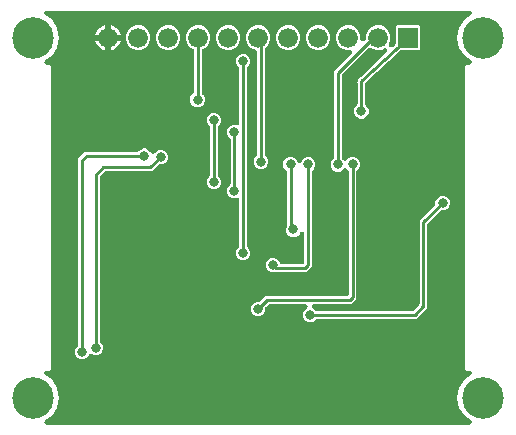
<source format=gbr>
G04 EAGLE Gerber RS-274X export*
G75*
%MOMM*%
%FSLAX34Y34*%
%LPD*%
%INBottom Copper*%
%IPPOS*%
%AMOC8*
5,1,8,0,0,1.08239X$1,22.5*%
G01*
%ADD10C,3.516000*%
%ADD11R,1.676400X1.676400*%
%ADD12C,1.676400*%
%ADD13C,0.806400*%
%ADD14C,0.250000*%

G36*
X178914Y-175259D02*
X178914Y-175259D01*
X178920Y-175259D01*
X179117Y-175238D01*
X179308Y-175219D01*
X179314Y-175217D01*
X179321Y-175217D01*
X179507Y-175158D01*
X179693Y-175101D01*
X179699Y-175098D01*
X179705Y-175096D01*
X179876Y-175002D01*
X180047Y-174909D01*
X180052Y-174905D01*
X180058Y-174902D01*
X180209Y-174774D01*
X180356Y-174652D01*
X180360Y-174647D01*
X180365Y-174642D01*
X180488Y-174488D01*
X180608Y-174338D01*
X180611Y-174332D01*
X180616Y-174327D01*
X180704Y-174153D01*
X180794Y-173981D01*
X180796Y-173974D01*
X180799Y-173968D01*
X180851Y-173782D01*
X180905Y-173594D01*
X180906Y-173587D01*
X180908Y-173581D01*
X180922Y-173388D01*
X180938Y-173192D01*
X180937Y-173186D01*
X180938Y-173179D01*
X180914Y-172986D01*
X180891Y-172793D01*
X180889Y-172786D01*
X180888Y-172780D01*
X180827Y-172597D01*
X180766Y-172410D01*
X180763Y-172404D01*
X180761Y-172398D01*
X180665Y-172231D01*
X180568Y-172059D01*
X180564Y-172054D01*
X180561Y-172048D01*
X180433Y-171903D01*
X180305Y-171755D01*
X180300Y-171750D01*
X180296Y-171745D01*
X180036Y-171539D01*
X174836Y-168064D01*
X170033Y-160878D01*
X168347Y-152400D01*
X170033Y-143922D01*
X174836Y-136736D01*
X180036Y-133261D01*
X180041Y-133257D01*
X180047Y-133253D01*
X180194Y-133131D01*
X180347Y-133005D01*
X180351Y-133000D01*
X180356Y-132996D01*
X180476Y-132846D01*
X180601Y-132693D01*
X180604Y-132687D01*
X180608Y-132682D01*
X180697Y-132511D01*
X180789Y-132337D01*
X180791Y-132330D01*
X180794Y-132325D01*
X180847Y-132139D01*
X180903Y-131951D01*
X180903Y-131944D01*
X180905Y-131938D01*
X180921Y-131744D01*
X180938Y-131550D01*
X180938Y-131543D01*
X180938Y-131536D01*
X180915Y-131343D01*
X180894Y-131150D01*
X180892Y-131143D01*
X180891Y-131137D01*
X180830Y-130950D01*
X180772Y-130766D01*
X180768Y-130760D01*
X180766Y-130754D01*
X180670Y-130582D01*
X180576Y-130414D01*
X180572Y-130409D01*
X180568Y-130403D01*
X180441Y-130255D01*
X180315Y-130108D01*
X180310Y-130104D01*
X180305Y-130098D01*
X180152Y-129980D01*
X179998Y-129859D01*
X179992Y-129856D01*
X179987Y-129852D01*
X179813Y-129765D01*
X179639Y-129677D01*
X179633Y-129675D01*
X179627Y-129672D01*
X179437Y-129621D01*
X179251Y-129570D01*
X179244Y-129570D01*
X179238Y-129568D01*
X178907Y-129541D01*
X176748Y-129541D01*
X175259Y-128052D01*
X175259Y128052D01*
X176748Y129541D01*
X178907Y129541D01*
X178914Y129541D01*
X178920Y129541D01*
X179116Y129562D01*
X179308Y129581D01*
X179314Y129583D01*
X179321Y129583D01*
X179506Y129642D01*
X179693Y129699D01*
X179699Y129702D01*
X179705Y129704D01*
X179875Y129797D01*
X180047Y129891D01*
X180052Y129895D01*
X180058Y129898D01*
X180207Y130024D01*
X180356Y130148D01*
X180360Y130153D01*
X180365Y130158D01*
X180487Y130311D01*
X180608Y130462D01*
X180611Y130468D01*
X180616Y130473D01*
X180704Y130647D01*
X180794Y130819D01*
X180796Y130826D01*
X180799Y130832D01*
X180851Y131018D01*
X180905Y131206D01*
X180906Y131213D01*
X180908Y131219D01*
X180922Y131412D01*
X180938Y131608D01*
X180937Y131614D01*
X180938Y131621D01*
X180914Y131809D01*
X180891Y132007D01*
X180889Y132014D01*
X180888Y132020D01*
X180827Y132205D01*
X180766Y132390D01*
X180763Y132396D01*
X180761Y132402D01*
X180664Y132571D01*
X180568Y132741D01*
X180564Y132746D01*
X180561Y132752D01*
X180433Y132897D01*
X180305Y133045D01*
X180300Y133050D01*
X180296Y133055D01*
X180036Y133261D01*
X174836Y136736D01*
X170033Y143922D01*
X168347Y152400D01*
X170033Y160878D01*
X174836Y168064D01*
X180036Y171539D01*
X180041Y171543D01*
X180047Y171547D01*
X180194Y171669D01*
X180347Y171795D01*
X180351Y171800D01*
X180356Y171804D01*
X180475Y171953D01*
X180601Y172107D01*
X180604Y172113D01*
X180608Y172118D01*
X180697Y172289D01*
X180789Y172463D01*
X180791Y172470D01*
X180794Y172475D01*
X180847Y172661D01*
X180903Y172849D01*
X180903Y172856D01*
X180905Y172862D01*
X180921Y173056D01*
X180938Y173250D01*
X180938Y173257D01*
X180938Y173264D01*
X180915Y173457D01*
X180894Y173650D01*
X180892Y173657D01*
X180891Y173663D01*
X180830Y173850D01*
X180772Y174034D01*
X180768Y174040D01*
X180766Y174046D01*
X180670Y174218D01*
X180576Y174386D01*
X180572Y174391D01*
X180568Y174397D01*
X180441Y174545D01*
X180315Y174692D01*
X180310Y174696D01*
X180305Y174702D01*
X180152Y174820D01*
X179998Y174941D01*
X179992Y174944D01*
X179987Y174948D01*
X179813Y175035D01*
X179639Y175123D01*
X179633Y175125D01*
X179627Y175128D01*
X179437Y175179D01*
X179251Y175230D01*
X179244Y175230D01*
X179238Y175232D01*
X178907Y175259D01*
X-178907Y175259D01*
X-178914Y175259D01*
X-178920Y175259D01*
X-179117Y175238D01*
X-179308Y175219D01*
X-179314Y175217D01*
X-179321Y175217D01*
X-179507Y175158D01*
X-179693Y175101D01*
X-179699Y175098D01*
X-179705Y175096D01*
X-179876Y175002D01*
X-180047Y174909D01*
X-180052Y174905D01*
X-180058Y174902D01*
X-180209Y174774D01*
X-180356Y174652D01*
X-180360Y174647D01*
X-180365Y174642D01*
X-180488Y174488D01*
X-180608Y174338D01*
X-180611Y174332D01*
X-180616Y174327D01*
X-180704Y174153D01*
X-180794Y173981D01*
X-180796Y173974D01*
X-180799Y173968D01*
X-180851Y173782D01*
X-180905Y173594D01*
X-180906Y173587D01*
X-180908Y173581D01*
X-180922Y173388D01*
X-180938Y173192D01*
X-180937Y173186D01*
X-180938Y173179D01*
X-180914Y172986D01*
X-180891Y172793D01*
X-180889Y172786D01*
X-180888Y172780D01*
X-180827Y172597D01*
X-180766Y172410D01*
X-180763Y172404D01*
X-180761Y172398D01*
X-180665Y172231D01*
X-180568Y172059D01*
X-180564Y172054D01*
X-180561Y172048D01*
X-180433Y171903D01*
X-180305Y171755D01*
X-180300Y171750D01*
X-180296Y171745D01*
X-180036Y171539D01*
X-174836Y168064D01*
X-170033Y160878D01*
X-168347Y152400D01*
X-170033Y143922D01*
X-174836Y136736D01*
X-180036Y133261D01*
X-180041Y133257D01*
X-180047Y133253D01*
X-180196Y133129D01*
X-180347Y133005D01*
X-180351Y133000D01*
X-180356Y132996D01*
X-180478Y132843D01*
X-180601Y132693D01*
X-180604Y132687D01*
X-180608Y132682D01*
X-180697Y132510D01*
X-180789Y132337D01*
X-180791Y132330D01*
X-180794Y132325D01*
X-180847Y132139D01*
X-180903Y131951D01*
X-180903Y131944D01*
X-180905Y131938D01*
X-180921Y131744D01*
X-180938Y131550D01*
X-180937Y131543D01*
X-180938Y131536D01*
X-180915Y131343D01*
X-180894Y131150D01*
X-180892Y131143D01*
X-180891Y131137D01*
X-180830Y130950D01*
X-180772Y130766D01*
X-180768Y130760D01*
X-180766Y130754D01*
X-180670Y130582D01*
X-180576Y130414D01*
X-180572Y130409D01*
X-180568Y130403D01*
X-180441Y130255D01*
X-180315Y130108D01*
X-180310Y130104D01*
X-180305Y130098D01*
X-180151Y129979D01*
X-179998Y129859D01*
X-179992Y129856D01*
X-179987Y129852D01*
X-179811Y129764D01*
X-179639Y129677D01*
X-179633Y129675D01*
X-179627Y129672D01*
X-179436Y129621D01*
X-179251Y129570D01*
X-179244Y129570D01*
X-179238Y129568D01*
X-178907Y129541D01*
X-176748Y129541D01*
X-175259Y128052D01*
X-175259Y-128052D01*
X-176748Y-129541D01*
X-178907Y-129541D01*
X-178914Y-129541D01*
X-178920Y-129541D01*
X-179116Y-129562D01*
X-179308Y-129581D01*
X-179314Y-129583D01*
X-179321Y-129583D01*
X-179506Y-129642D01*
X-179693Y-129699D01*
X-179699Y-129702D01*
X-179705Y-129704D01*
X-179875Y-129797D01*
X-180047Y-129891D01*
X-180052Y-129895D01*
X-180058Y-129898D01*
X-180207Y-130024D01*
X-180356Y-130148D01*
X-180360Y-130153D01*
X-180365Y-130158D01*
X-180487Y-130311D01*
X-180608Y-130462D01*
X-180611Y-130468D01*
X-180616Y-130473D01*
X-180704Y-130647D01*
X-180794Y-130819D01*
X-180796Y-130826D01*
X-180799Y-130832D01*
X-180851Y-131018D01*
X-180905Y-131206D01*
X-180906Y-131213D01*
X-180908Y-131219D01*
X-180922Y-131412D01*
X-180938Y-131608D01*
X-180937Y-131614D01*
X-180938Y-131621D01*
X-180914Y-131814D01*
X-180891Y-132007D01*
X-180889Y-132014D01*
X-180888Y-132020D01*
X-180827Y-132205D01*
X-180766Y-132390D01*
X-180763Y-132396D01*
X-180761Y-132402D01*
X-180664Y-132571D01*
X-180568Y-132741D01*
X-180564Y-132746D01*
X-180561Y-132752D01*
X-180433Y-132897D01*
X-180305Y-133045D01*
X-180300Y-133050D01*
X-180296Y-133055D01*
X-180036Y-133261D01*
X-174836Y-136736D01*
X-170033Y-143922D01*
X-168347Y-152400D01*
X-170033Y-160878D01*
X-174836Y-168064D01*
X-180036Y-171539D01*
X-180041Y-171543D01*
X-180047Y-171547D01*
X-180196Y-171671D01*
X-180347Y-171795D01*
X-180351Y-171800D01*
X-180356Y-171804D01*
X-180478Y-171957D01*
X-180601Y-172107D01*
X-180604Y-172113D01*
X-180608Y-172118D01*
X-180697Y-172290D01*
X-180789Y-172463D01*
X-180791Y-172470D01*
X-180794Y-172475D01*
X-180847Y-172661D01*
X-180903Y-172849D01*
X-180903Y-172856D01*
X-180905Y-172862D01*
X-180921Y-173056D01*
X-180938Y-173250D01*
X-180937Y-173257D01*
X-180938Y-173264D01*
X-180915Y-173457D01*
X-180894Y-173650D01*
X-180892Y-173657D01*
X-180891Y-173663D01*
X-180830Y-173850D01*
X-180772Y-174034D01*
X-180768Y-174040D01*
X-180766Y-174046D01*
X-180670Y-174218D01*
X-180576Y-174386D01*
X-180572Y-174391D01*
X-180568Y-174397D01*
X-180441Y-174545D01*
X-180315Y-174692D01*
X-180310Y-174696D01*
X-180305Y-174702D01*
X-180151Y-174821D01*
X-179998Y-174941D01*
X-179992Y-174944D01*
X-179987Y-174948D01*
X-179811Y-175036D01*
X-179639Y-175123D01*
X-179633Y-175125D01*
X-179627Y-175128D01*
X-179436Y-175179D01*
X-179251Y-175230D01*
X-179244Y-175230D01*
X-179238Y-175232D01*
X-178907Y-175259D01*
X178907Y-175259D01*
X178914Y-175259D01*
G37*
%LPC*%
G36*
X42544Y-88565D02*
X42544Y-88565D01*
X40315Y-87641D01*
X38609Y-85935D01*
X37685Y-83706D01*
X37685Y-81294D01*
X38609Y-79065D01*
X40315Y-77359D01*
X40720Y-77191D01*
X40724Y-77189D01*
X40728Y-77187D01*
X40901Y-77093D01*
X41075Y-77000D01*
X41078Y-76998D01*
X41082Y-76995D01*
X41232Y-76871D01*
X41385Y-76744D01*
X41388Y-76741D01*
X41392Y-76738D01*
X41514Y-76586D01*
X41639Y-76431D01*
X41641Y-76427D01*
X41644Y-76424D01*
X41733Y-76252D01*
X41826Y-76075D01*
X41827Y-76070D01*
X41829Y-76067D01*
X41883Y-75881D01*
X41939Y-75689D01*
X41940Y-75684D01*
X41941Y-75680D01*
X41957Y-75483D01*
X41974Y-75287D01*
X41973Y-75283D01*
X41974Y-75278D01*
X41951Y-75083D01*
X41929Y-74887D01*
X41927Y-74883D01*
X41927Y-74879D01*
X41866Y-74692D01*
X41806Y-74504D01*
X41803Y-74500D01*
X41802Y-74496D01*
X41704Y-74323D01*
X41609Y-74153D01*
X41606Y-74149D01*
X41604Y-74145D01*
X41475Y-73995D01*
X41347Y-73847D01*
X41344Y-73844D01*
X41341Y-73840D01*
X41188Y-73721D01*
X41030Y-73598D01*
X41026Y-73596D01*
X41023Y-73594D01*
X40849Y-73507D01*
X40671Y-73418D01*
X40666Y-73416D01*
X40662Y-73414D01*
X40470Y-73363D01*
X40282Y-73311D01*
X40278Y-73311D01*
X40274Y-73310D01*
X39943Y-73283D01*
X9701Y-73283D01*
X9675Y-73285D01*
X9648Y-73283D01*
X9474Y-73305D01*
X9301Y-73323D01*
X9275Y-73330D01*
X9248Y-73334D01*
X9083Y-73389D01*
X8916Y-73441D01*
X8892Y-73454D01*
X8867Y-73462D01*
X8715Y-73549D01*
X8562Y-73633D01*
X8541Y-73650D01*
X8518Y-73663D01*
X8265Y-73878D01*
X6660Y-75483D01*
X6643Y-75504D01*
X6622Y-75521D01*
X6515Y-75659D01*
X6405Y-75794D01*
X6392Y-75818D01*
X6376Y-75839D01*
X6298Y-75996D01*
X6216Y-76150D01*
X6208Y-76176D01*
X6196Y-76200D01*
X6151Y-76369D01*
X6101Y-76536D01*
X6099Y-76563D01*
X6092Y-76588D01*
X6065Y-76919D01*
X6065Y-78706D01*
X5141Y-80935D01*
X3435Y-82641D01*
X1206Y-83565D01*
X-1206Y-83565D01*
X-3435Y-82641D01*
X-5141Y-80935D01*
X-6065Y-78706D01*
X-6065Y-76294D01*
X-5141Y-74065D01*
X-3435Y-72359D01*
X-1206Y-71435D01*
X581Y-71435D01*
X607Y-71433D01*
X634Y-71435D01*
X808Y-71413D01*
X981Y-71395D01*
X1007Y-71388D01*
X1034Y-71384D01*
X1199Y-71329D01*
X1366Y-71277D01*
X1390Y-71264D01*
X1415Y-71256D01*
X1567Y-71169D01*
X1720Y-71085D01*
X1741Y-71068D01*
X1764Y-71055D01*
X2017Y-70840D01*
X6140Y-66717D01*
X74686Y-66717D01*
X74704Y-66715D01*
X74722Y-66717D01*
X74904Y-66696D01*
X75087Y-66677D01*
X75104Y-66672D01*
X75121Y-66670D01*
X75296Y-66613D01*
X75472Y-66559D01*
X75487Y-66551D01*
X75504Y-66545D01*
X75664Y-66455D01*
X75826Y-66367D01*
X75839Y-66356D01*
X75855Y-66347D01*
X75994Y-66227D01*
X76135Y-66110D01*
X76146Y-66096D01*
X76160Y-66084D01*
X76272Y-65939D01*
X76387Y-65796D01*
X76395Y-65780D01*
X76406Y-65766D01*
X76488Y-65601D01*
X76573Y-65439D01*
X76578Y-65422D01*
X76586Y-65406D01*
X76633Y-65227D01*
X76684Y-65052D01*
X76686Y-65034D01*
X76690Y-65017D01*
X76717Y-64686D01*
X76717Y38865D01*
X76715Y38891D01*
X76717Y38918D01*
X76695Y39092D01*
X76677Y39265D01*
X76670Y39291D01*
X76666Y39317D01*
X76611Y39483D01*
X76559Y39650D01*
X76546Y39674D01*
X76538Y39699D01*
X76451Y39851D01*
X76367Y40004D01*
X76350Y40025D01*
X76337Y40048D01*
X76122Y40301D01*
X75186Y41237D01*
X75172Y41248D01*
X75161Y41262D01*
X75017Y41376D01*
X74875Y41492D01*
X74859Y41500D01*
X74845Y41511D01*
X74681Y41595D01*
X74519Y41681D01*
X74502Y41686D01*
X74486Y41694D01*
X74309Y41743D01*
X74133Y41795D01*
X74115Y41797D01*
X74098Y41802D01*
X73915Y41815D01*
X73732Y41832D01*
X73714Y41830D01*
X73697Y41831D01*
X73515Y41808D01*
X73332Y41788D01*
X73315Y41783D01*
X73297Y41781D01*
X73123Y41722D01*
X72948Y41667D01*
X72932Y41658D01*
X72916Y41652D01*
X72757Y41561D01*
X72596Y41472D01*
X72582Y41460D01*
X72567Y41452D01*
X72314Y41237D01*
X70935Y39859D01*
X68706Y38935D01*
X66294Y38935D01*
X64065Y39859D01*
X62359Y41565D01*
X61435Y43794D01*
X61435Y46206D01*
X62359Y48435D01*
X63622Y49699D01*
X63639Y49720D01*
X63660Y49737D01*
X63767Y49875D01*
X63877Y50011D01*
X63890Y50034D01*
X63906Y50055D01*
X63984Y50212D01*
X64066Y50366D01*
X64074Y50392D01*
X64086Y50416D01*
X64131Y50585D01*
X64181Y50752D01*
X64183Y50779D01*
X64190Y50805D01*
X64217Y51135D01*
X64217Y123860D01*
X78875Y138518D01*
X78881Y138525D01*
X78888Y138530D01*
X79008Y138680D01*
X79130Y138829D01*
X79134Y138837D01*
X79140Y138844D01*
X79229Y139014D01*
X79319Y139185D01*
X79321Y139194D01*
X79326Y139201D01*
X79379Y139386D01*
X79434Y139571D01*
X79435Y139580D01*
X79437Y139588D01*
X79453Y139780D01*
X79470Y139972D01*
X79469Y139981D01*
X79470Y139990D01*
X79448Y140177D01*
X79427Y140372D01*
X79424Y140381D01*
X79423Y140389D01*
X79364Y140571D01*
X79305Y140756D01*
X79301Y140764D01*
X79298Y140772D01*
X79203Y140941D01*
X79110Y141108D01*
X79105Y141115D01*
X79100Y141123D01*
X78974Y141269D01*
X78850Y141415D01*
X78843Y141421D01*
X78837Y141428D01*
X78686Y141545D01*
X78534Y141665D01*
X78526Y141669D01*
X78519Y141674D01*
X78347Y141760D01*
X78175Y141847D01*
X78166Y141850D01*
X78158Y141854D01*
X77972Y141904D01*
X77787Y141955D01*
X77778Y141956D01*
X77770Y141958D01*
X77439Y141985D01*
X74128Y141985D01*
X70301Y143571D01*
X67371Y146501D01*
X65785Y150328D01*
X65785Y154472D01*
X67371Y158299D01*
X70301Y161229D01*
X72370Y162086D01*
X74128Y162815D01*
X78272Y162815D01*
X82099Y161229D01*
X85029Y158299D01*
X86615Y154472D01*
X86615Y151161D01*
X86616Y151152D01*
X86615Y151143D01*
X86635Y150953D01*
X86655Y150760D01*
X86657Y150752D01*
X86658Y150743D01*
X86716Y150559D01*
X86773Y150376D01*
X86777Y150368D01*
X86780Y150359D01*
X86873Y150191D01*
X86965Y150022D01*
X86970Y150015D01*
X86975Y150007D01*
X87100Y149859D01*
X87222Y149712D01*
X87229Y149707D01*
X87235Y149700D01*
X87386Y149580D01*
X87536Y149460D01*
X87544Y149456D01*
X87551Y149450D01*
X87724Y149363D01*
X87893Y149274D01*
X87902Y149272D01*
X87910Y149268D01*
X88096Y149216D01*
X88280Y149163D01*
X88289Y149162D01*
X88298Y149160D01*
X88490Y149146D01*
X88682Y149130D01*
X88690Y149131D01*
X88699Y149131D01*
X88891Y149155D01*
X89081Y149177D01*
X89090Y149180D01*
X89099Y149181D01*
X89281Y149242D01*
X89464Y149302D01*
X89472Y149306D01*
X89480Y149309D01*
X89648Y149405D01*
X89815Y149500D01*
X89822Y149506D01*
X89829Y149510D01*
X90082Y149725D01*
X90590Y150233D01*
X90607Y150254D01*
X90628Y150271D01*
X90735Y150409D01*
X90845Y150544D01*
X90858Y150568D01*
X90874Y150589D01*
X90952Y150746D01*
X91034Y150900D01*
X91042Y150926D01*
X91054Y150950D01*
X91099Y151119D01*
X91149Y151286D01*
X91151Y151313D01*
X91158Y151338D01*
X91185Y151669D01*
X91185Y154472D01*
X92771Y158299D01*
X95701Y161229D01*
X97770Y162086D01*
X99528Y162815D01*
X103672Y162815D01*
X107499Y161229D01*
X110429Y158299D01*
X112015Y154472D01*
X112015Y150328D01*
X110579Y146862D01*
X110529Y146698D01*
X110475Y146536D01*
X110471Y146506D01*
X110463Y146477D01*
X110446Y146306D01*
X110425Y146136D01*
X110427Y146106D01*
X110424Y146076D01*
X110442Y145906D01*
X110455Y145735D01*
X110463Y145706D01*
X110466Y145676D01*
X110517Y145512D01*
X110563Y145347D01*
X110577Y145320D01*
X110586Y145291D01*
X110668Y145141D01*
X110746Y144988D01*
X110765Y144965D01*
X110779Y144938D01*
X110890Y144807D01*
X110996Y144673D01*
X111019Y144653D01*
X111038Y144630D01*
X111172Y144523D01*
X111303Y144412D01*
X111329Y144398D01*
X111353Y144379D01*
X111506Y144301D01*
X111656Y144218D01*
X111684Y144209D01*
X111711Y144195D01*
X111876Y144148D01*
X112040Y144097D01*
X112070Y144094D01*
X112099Y144085D01*
X112269Y144072D01*
X112440Y144054D01*
X112470Y144057D01*
X112500Y144054D01*
X112670Y144075D01*
X112841Y144091D01*
X112870Y144099D01*
X112900Y144103D01*
X113063Y144157D01*
X113227Y144206D01*
X113253Y144220D01*
X113282Y144229D01*
X113431Y144314D01*
X113582Y144395D01*
X113609Y144416D01*
X113632Y144429D01*
X113696Y144485D01*
X113842Y144601D01*
X115941Y146561D01*
X115981Y146607D01*
X116028Y146647D01*
X116114Y146758D01*
X116206Y146864D01*
X116237Y146917D01*
X116274Y146965D01*
X116337Y147091D01*
X116407Y147213D01*
X116426Y147271D01*
X116454Y147326D01*
X116490Y147461D01*
X116535Y147594D01*
X116542Y147655D01*
X116558Y147715D01*
X116574Y147912D01*
X116585Y147994D01*
X116583Y148017D01*
X116585Y148045D01*
X116585Y161624D01*
X117776Y162815D01*
X136224Y162815D01*
X137415Y161624D01*
X137415Y143176D01*
X136224Y141985D01*
X121461Y141985D01*
X121270Y141966D01*
X121076Y141948D01*
X121069Y141946D01*
X121061Y141945D01*
X120876Y141889D01*
X120690Y141833D01*
X120684Y141830D01*
X120676Y141827D01*
X120506Y141735D01*
X120335Y141644D01*
X120328Y141639D01*
X120322Y141635D01*
X120285Y141605D01*
X120075Y141438D01*
X91427Y114677D01*
X91387Y114630D01*
X91340Y114590D01*
X91255Y114480D01*
X91162Y114374D01*
X91131Y114321D01*
X91094Y114272D01*
X91031Y114147D01*
X90961Y114025D01*
X90942Y113967D01*
X90914Y113912D01*
X90878Y113776D01*
X90833Y113643D01*
X90826Y113582D01*
X90810Y113523D01*
X90794Y113326D01*
X90783Y113244D01*
X90785Y113221D01*
X90783Y113192D01*
X90783Y96135D01*
X90785Y96109D01*
X90783Y96082D01*
X90805Y95908D01*
X90823Y95735D01*
X90830Y95709D01*
X90834Y95683D01*
X90889Y95517D01*
X90941Y95350D01*
X90954Y95326D01*
X90962Y95301D01*
X91049Y95149D01*
X91133Y94996D01*
X91150Y94975D01*
X91163Y94952D01*
X91378Y94699D01*
X92641Y93435D01*
X93565Y91206D01*
X93565Y88794D01*
X92641Y86565D01*
X90935Y84859D01*
X88706Y83935D01*
X86294Y83935D01*
X84065Y84859D01*
X82359Y86565D01*
X81435Y88794D01*
X81435Y91206D01*
X82359Y93435D01*
X83622Y94699D01*
X83639Y94720D01*
X83660Y94737D01*
X83767Y94875D01*
X83877Y95011D01*
X83890Y95034D01*
X83906Y95055D01*
X83984Y95212D01*
X84066Y95366D01*
X84074Y95392D01*
X84086Y95416D01*
X84131Y95585D01*
X84181Y95752D01*
X84183Y95779D01*
X84190Y95805D01*
X84217Y96135D01*
X84217Y113404D01*
X84198Y113597D01*
X84180Y113789D01*
X84178Y113797D01*
X84177Y113805D01*
X84160Y113862D01*
X84216Y115521D01*
X84214Y115552D01*
X84217Y115590D01*
X84217Y116926D01*
X85193Y117837D01*
X85213Y117860D01*
X85243Y117885D01*
X86425Y119068D01*
X86530Y119124D01*
X86537Y119129D01*
X86544Y119133D01*
X86581Y119163D01*
X86791Y119330D01*
X108727Y139822D01*
X108753Y139851D01*
X108783Y139876D01*
X108885Y140002D01*
X108992Y140125D01*
X109012Y140159D01*
X109037Y140189D01*
X109112Y140333D01*
X109193Y140474D01*
X109205Y140511D01*
X109224Y140545D01*
X109269Y140701D01*
X109321Y140855D01*
X109326Y140894D01*
X109337Y140932D01*
X109351Y141094D01*
X109371Y141255D01*
X109368Y141294D01*
X109371Y141333D01*
X109353Y141494D01*
X109341Y141656D01*
X109331Y141694D01*
X109326Y141733D01*
X109276Y141888D01*
X109233Y142044D01*
X109215Y142079D01*
X109203Y142116D01*
X109124Y142258D01*
X109050Y142403D01*
X109026Y142434D01*
X109007Y142468D01*
X108901Y142591D01*
X108800Y142719D01*
X108770Y142744D01*
X108745Y142774D01*
X108617Y142874D01*
X108493Y142979D01*
X108459Y142998D01*
X108428Y143022D01*
X108283Y143095D01*
X108140Y143173D01*
X108103Y143185D01*
X108068Y143203D01*
X107911Y143246D01*
X107756Y143294D01*
X107717Y143299D01*
X107680Y143309D01*
X107517Y143320D01*
X107356Y143337D01*
X107317Y143334D01*
X107278Y143337D01*
X107117Y143315D01*
X106955Y143301D01*
X106918Y143289D01*
X106879Y143284D01*
X106594Y143193D01*
X106569Y143186D01*
X106567Y143184D01*
X106563Y143183D01*
X103672Y141985D01*
X99528Y141985D01*
X95614Y143606D01*
X95582Y143633D01*
X95566Y143641D01*
X95552Y143653D01*
X95388Y143736D01*
X95226Y143822D01*
X95209Y143827D01*
X95193Y143835D01*
X95016Y143884D01*
X94840Y143937D01*
X94823Y143938D01*
X94805Y143943D01*
X94622Y143956D01*
X94439Y143973D01*
X94422Y143971D01*
X94404Y143972D01*
X94222Y143949D01*
X94039Y143930D01*
X94022Y143924D01*
X94004Y143922D01*
X93830Y143864D01*
X93655Y143808D01*
X93640Y143800D01*
X93622Y143794D01*
X93463Y143702D01*
X93303Y143613D01*
X93289Y143602D01*
X93274Y143593D01*
X93021Y143378D01*
X71378Y121735D01*
X71361Y121714D01*
X71340Y121697D01*
X71233Y121559D01*
X71123Y121424D01*
X71110Y121400D01*
X71094Y121379D01*
X71016Y121222D01*
X70934Y121068D01*
X70926Y121042D01*
X70914Y121018D01*
X70869Y120849D01*
X70819Y120682D01*
X70817Y120655D01*
X70810Y120630D01*
X70783Y120299D01*
X70783Y51135D01*
X70785Y51109D01*
X70783Y51082D01*
X70805Y50908D01*
X70823Y50735D01*
X70830Y50709D01*
X70834Y50683D01*
X70890Y50517D01*
X70941Y50350D01*
X70953Y50326D01*
X70962Y50301D01*
X71049Y50149D01*
X71133Y49996D01*
X71150Y49975D01*
X71163Y49952D01*
X71378Y49699D01*
X72314Y48763D01*
X72327Y48752D01*
X72339Y48738D01*
X72483Y48625D01*
X72625Y48508D01*
X72641Y48500D01*
X72655Y48489D01*
X72819Y48405D01*
X72981Y48319D01*
X72998Y48314D01*
X73014Y48306D01*
X73191Y48257D01*
X73367Y48205D01*
X73385Y48203D01*
X73402Y48198D01*
X73585Y48185D01*
X73768Y48168D01*
X73786Y48170D01*
X73803Y48169D01*
X73985Y48192D01*
X74168Y48212D01*
X74185Y48217D01*
X74203Y48219D01*
X74377Y48278D01*
X74552Y48333D01*
X74567Y48342D01*
X74584Y48348D01*
X74744Y48439D01*
X74904Y48528D01*
X74918Y48539D01*
X74933Y48548D01*
X75186Y48763D01*
X76565Y50141D01*
X78794Y51065D01*
X81206Y51065D01*
X83435Y50141D01*
X85141Y48435D01*
X86065Y46206D01*
X86065Y43794D01*
X85141Y41565D01*
X83878Y40301D01*
X83861Y40280D01*
X83840Y40263D01*
X83733Y40125D01*
X83623Y39989D01*
X83610Y39966D01*
X83594Y39945D01*
X83516Y39788D01*
X83434Y39634D01*
X83426Y39608D01*
X83414Y39584D01*
X83369Y39415D01*
X83319Y39248D01*
X83317Y39221D01*
X83310Y39195D01*
X83283Y38865D01*
X83283Y-68860D01*
X78860Y-73283D01*
X47557Y-73283D01*
X47553Y-73283D01*
X47548Y-73283D01*
X47353Y-73303D01*
X47157Y-73323D01*
X47152Y-73324D01*
X47148Y-73324D01*
X46961Y-73383D01*
X46772Y-73441D01*
X46768Y-73443D01*
X46763Y-73444D01*
X46591Y-73539D01*
X46418Y-73633D01*
X46414Y-73635D01*
X46410Y-73638D01*
X46258Y-73766D01*
X46108Y-73890D01*
X46106Y-73894D01*
X46102Y-73897D01*
X45980Y-74050D01*
X45856Y-74204D01*
X45854Y-74208D01*
X45851Y-74212D01*
X45761Y-74387D01*
X45671Y-74561D01*
X45669Y-74566D01*
X45667Y-74570D01*
X45613Y-74761D01*
X45559Y-74948D01*
X45559Y-74953D01*
X45558Y-74957D01*
X45542Y-75155D01*
X45526Y-75350D01*
X45527Y-75354D01*
X45526Y-75358D01*
X45550Y-75553D01*
X45573Y-75749D01*
X45575Y-75754D01*
X45575Y-75758D01*
X45637Y-75945D01*
X45698Y-76132D01*
X45700Y-76136D01*
X45702Y-76140D01*
X45800Y-76312D01*
X45896Y-76483D01*
X45899Y-76486D01*
X45901Y-76490D01*
X46030Y-76638D01*
X46159Y-76787D01*
X46163Y-76790D01*
X46166Y-76794D01*
X46321Y-76913D01*
X46477Y-77034D01*
X46481Y-77036D01*
X46485Y-77039D01*
X46780Y-77191D01*
X47185Y-77359D01*
X48449Y-78622D01*
X48470Y-78639D01*
X48487Y-78660D01*
X48625Y-78767D01*
X48761Y-78877D01*
X48784Y-78890D01*
X48805Y-78906D01*
X48962Y-78984D01*
X49116Y-79066D01*
X49142Y-79074D01*
X49166Y-79086D01*
X49335Y-79131D01*
X49502Y-79181D01*
X49529Y-79183D01*
X49555Y-79190D01*
X49885Y-79217D01*
X130299Y-79217D01*
X130325Y-79215D01*
X130352Y-79217D01*
X130526Y-79195D01*
X130699Y-79177D01*
X130725Y-79170D01*
X130752Y-79166D01*
X130917Y-79111D01*
X131084Y-79059D01*
X131108Y-79046D01*
X131133Y-79038D01*
X131285Y-78951D01*
X131438Y-78867D01*
X131459Y-78850D01*
X131482Y-78837D01*
X131735Y-78622D01*
X136122Y-74235D01*
X136139Y-74214D01*
X136160Y-74197D01*
X136267Y-74059D01*
X136377Y-73924D01*
X136390Y-73900D01*
X136406Y-73879D01*
X136484Y-73722D01*
X136566Y-73568D01*
X136574Y-73542D01*
X136586Y-73518D01*
X136631Y-73349D01*
X136681Y-73182D01*
X136683Y-73155D01*
X136690Y-73130D01*
X136717Y-72799D01*
X136717Y-2390D01*
X149590Y10483D01*
X149607Y10504D01*
X149628Y10521D01*
X149735Y10659D01*
X149845Y10794D01*
X149858Y10818D01*
X149874Y10839D01*
X149952Y10996D01*
X150034Y11150D01*
X150042Y11176D01*
X150054Y11200D01*
X150099Y11369D01*
X150149Y11536D01*
X150151Y11563D01*
X150158Y11588D01*
X150185Y11919D01*
X150185Y13706D01*
X151109Y15935D01*
X152815Y17641D01*
X155044Y18565D01*
X157456Y18565D01*
X159685Y17641D01*
X161391Y15935D01*
X162315Y13706D01*
X162315Y11294D01*
X161391Y9065D01*
X159685Y7359D01*
X157456Y6435D01*
X155669Y6435D01*
X155643Y6433D01*
X155616Y6435D01*
X155442Y6413D01*
X155269Y6395D01*
X155243Y6388D01*
X155216Y6384D01*
X155051Y6329D01*
X154884Y6277D01*
X154860Y6264D01*
X154835Y6256D01*
X154683Y6169D01*
X154530Y6085D01*
X154509Y6068D01*
X154486Y6055D01*
X154233Y5840D01*
X143878Y-4515D01*
X143861Y-4536D01*
X143840Y-4553D01*
X143733Y-4691D01*
X143623Y-4826D01*
X143610Y-4850D01*
X143594Y-4871D01*
X143516Y-5028D01*
X143434Y-5182D01*
X143426Y-5208D01*
X143414Y-5232D01*
X143369Y-5401D01*
X143319Y-5568D01*
X143317Y-5595D01*
X143310Y-5620D01*
X143283Y-5951D01*
X143283Y-76360D01*
X133860Y-85783D01*
X49885Y-85783D01*
X49859Y-85785D01*
X49832Y-85783D01*
X49658Y-85805D01*
X49485Y-85823D01*
X49459Y-85830D01*
X49433Y-85834D01*
X49267Y-85889D01*
X49100Y-85941D01*
X49076Y-85954D01*
X49051Y-85962D01*
X48899Y-86049D01*
X48746Y-86133D01*
X48725Y-86150D01*
X48702Y-86163D01*
X48449Y-86378D01*
X47185Y-87641D01*
X46142Y-88074D01*
X44956Y-88565D01*
X42544Y-88565D01*
G37*
%LPD*%
%LPC*%
G36*
X-149956Y-119815D02*
X-149956Y-119815D01*
X-152185Y-118891D01*
X-153891Y-117185D01*
X-154815Y-114956D01*
X-154815Y-112544D01*
X-153891Y-110315D01*
X-152628Y-109051D01*
X-152611Y-109030D01*
X-152590Y-109013D01*
X-152483Y-108875D01*
X-152373Y-108739D01*
X-152360Y-108716D01*
X-152344Y-108695D01*
X-152266Y-108538D01*
X-152184Y-108384D01*
X-152176Y-108358D01*
X-152164Y-108334D01*
X-152119Y-108165D01*
X-152069Y-107998D01*
X-152067Y-107971D01*
X-152060Y-107945D01*
X-152033Y-107615D01*
X-152033Y50110D01*
X-146360Y55783D01*
X-102385Y55783D01*
X-102359Y55785D01*
X-102332Y55783D01*
X-102158Y55805D01*
X-101985Y55823D01*
X-101959Y55830D01*
X-101933Y55834D01*
X-101767Y55889D01*
X-101600Y55941D01*
X-101576Y55954D01*
X-101551Y55962D01*
X-101399Y56049D01*
X-101246Y56133D01*
X-101225Y56150D01*
X-101202Y56163D01*
X-100949Y56378D01*
X-99685Y57641D01*
X-97631Y58493D01*
X-97456Y58565D01*
X-95044Y58565D01*
X-92815Y57641D01*
X-91109Y55935D01*
X-90890Y55408D01*
X-90884Y55397D01*
X-90880Y55384D01*
X-90789Y55219D01*
X-90700Y55054D01*
X-90692Y55043D01*
X-90685Y55032D01*
X-90563Y54888D01*
X-90444Y54743D01*
X-90433Y54735D01*
X-90425Y54725D01*
X-90277Y54608D01*
X-90131Y54489D01*
X-90119Y54483D01*
X-90109Y54475D01*
X-89942Y54390D01*
X-89775Y54302D01*
X-89762Y54299D01*
X-89750Y54293D01*
X-89569Y54242D01*
X-89388Y54189D01*
X-89375Y54188D01*
X-89362Y54185D01*
X-89173Y54171D01*
X-88987Y54155D01*
X-88974Y54156D01*
X-88960Y54155D01*
X-88773Y54179D01*
X-88587Y54200D01*
X-88574Y54204D01*
X-88561Y54206D01*
X-88382Y54266D01*
X-88204Y54323D01*
X-88192Y54330D01*
X-88179Y54334D01*
X-88017Y54427D01*
X-87852Y54519D01*
X-87842Y54528D01*
X-87830Y54535D01*
X-87577Y54749D01*
X-85935Y56391D01*
X-85767Y56461D01*
X-83706Y57315D01*
X-81294Y57315D01*
X-79065Y56391D01*
X-77359Y54685D01*
X-76435Y52456D01*
X-76435Y50044D01*
X-77359Y47815D01*
X-79065Y46109D01*
X-81294Y45185D01*
X-83081Y45185D01*
X-83107Y45183D01*
X-83134Y45185D01*
X-83308Y45163D01*
X-83482Y45145D01*
X-83507Y45138D01*
X-83534Y45134D01*
X-83699Y45078D01*
X-83866Y45027D01*
X-83890Y45014D01*
X-83915Y45006D01*
X-84067Y44919D01*
X-84220Y44835D01*
X-84241Y44818D01*
X-84264Y44805D01*
X-84517Y44590D01*
X-89890Y39217D01*
X-129049Y39217D01*
X-129075Y39215D01*
X-129102Y39217D01*
X-129276Y39195D01*
X-129449Y39177D01*
X-129475Y39170D01*
X-129502Y39166D01*
X-129667Y39111D01*
X-129834Y39059D01*
X-129858Y39046D01*
X-129883Y39038D01*
X-130035Y38951D01*
X-130188Y38867D01*
X-130209Y38850D01*
X-130232Y38837D01*
X-130485Y38622D01*
X-133622Y35485D01*
X-133639Y35464D01*
X-133660Y35447D01*
X-133767Y35309D01*
X-133877Y35174D01*
X-133890Y35150D01*
X-133906Y35129D01*
X-133984Y34972D01*
X-134066Y34818D01*
X-134074Y34792D01*
X-134086Y34768D01*
X-134131Y34599D01*
X-134181Y34432D01*
X-134183Y34405D01*
X-134190Y34380D01*
X-134217Y34049D01*
X-134217Y-103865D01*
X-134215Y-103891D01*
X-134217Y-103918D01*
X-134195Y-104092D01*
X-134177Y-104265D01*
X-134170Y-104291D01*
X-134166Y-104317D01*
X-134111Y-104483D01*
X-134059Y-104650D01*
X-134046Y-104674D01*
X-134038Y-104699D01*
X-133951Y-104851D01*
X-133867Y-105004D01*
X-133850Y-105025D01*
X-133837Y-105048D01*
X-133622Y-105301D01*
X-132359Y-106565D01*
X-131435Y-108794D01*
X-131435Y-111206D01*
X-132359Y-113435D01*
X-134065Y-115141D01*
X-136294Y-116065D01*
X-138706Y-116065D01*
X-140618Y-115273D01*
X-140635Y-115268D01*
X-140651Y-115260D01*
X-140827Y-115210D01*
X-141003Y-115157D01*
X-141021Y-115155D01*
X-141038Y-115150D01*
X-141220Y-115136D01*
X-141404Y-115118D01*
X-141422Y-115120D01*
X-141440Y-115119D01*
X-141622Y-115141D01*
X-141804Y-115160D01*
X-141822Y-115165D01*
X-141839Y-115168D01*
X-142014Y-115225D01*
X-142189Y-115280D01*
X-142205Y-115288D01*
X-142221Y-115294D01*
X-142381Y-115385D01*
X-142542Y-115473D01*
X-142556Y-115485D01*
X-142571Y-115493D01*
X-142709Y-115614D01*
X-142850Y-115732D01*
X-142861Y-115746D01*
X-142875Y-115758D01*
X-142987Y-115904D01*
X-143101Y-116047D01*
X-143109Y-116063D01*
X-143120Y-116077D01*
X-143272Y-116372D01*
X-143609Y-117185D01*
X-145315Y-118891D01*
X-147544Y-119815D01*
X-149956Y-119815D01*
G37*
%LPD*%
%LPC*%
G36*
X11294Y-46065D02*
X11294Y-46065D01*
X9065Y-45141D01*
X7359Y-43435D01*
X6435Y-41206D01*
X6435Y-38794D01*
X7359Y-36565D01*
X9065Y-34859D01*
X11294Y-33935D01*
X13706Y-33935D01*
X15935Y-34859D01*
X17641Y-36565D01*
X18221Y-37963D01*
X18231Y-37983D01*
X18238Y-38004D01*
X18326Y-38160D01*
X18411Y-38318D01*
X18425Y-38335D01*
X18436Y-38355D01*
X18553Y-38491D01*
X18667Y-38629D01*
X18685Y-38643D01*
X18699Y-38660D01*
X18841Y-38769D01*
X18980Y-38882D01*
X19000Y-38893D01*
X19017Y-38906D01*
X19178Y-38986D01*
X19337Y-39069D01*
X19358Y-39076D01*
X19378Y-39086D01*
X19551Y-39132D01*
X19723Y-39182D01*
X19745Y-39184D01*
X19767Y-39190D01*
X20097Y-39217D01*
X37186Y-39217D01*
X37204Y-39215D01*
X37222Y-39217D01*
X37404Y-39196D01*
X37587Y-39177D01*
X37604Y-39172D01*
X37621Y-39170D01*
X37796Y-39113D01*
X37972Y-39059D01*
X37987Y-39051D01*
X38004Y-39045D01*
X38164Y-38955D01*
X38326Y-38867D01*
X38339Y-38856D01*
X38355Y-38847D01*
X38494Y-38727D01*
X38635Y-38610D01*
X38646Y-38596D01*
X38660Y-38584D01*
X38772Y-38439D01*
X38887Y-38296D01*
X38895Y-38280D01*
X38906Y-38266D01*
X38988Y-38101D01*
X39073Y-37939D01*
X39078Y-37922D01*
X39086Y-37906D01*
X39133Y-37727D01*
X39184Y-37552D01*
X39186Y-37534D01*
X39190Y-37517D01*
X39217Y-37186D01*
X39217Y-13807D01*
X39217Y-13803D01*
X39217Y-13798D01*
X39197Y-13604D01*
X39177Y-13407D01*
X39176Y-13402D01*
X39176Y-13398D01*
X39117Y-13210D01*
X39059Y-13022D01*
X39057Y-13018D01*
X39056Y-13013D01*
X38960Y-12839D01*
X38867Y-12668D01*
X38865Y-12664D01*
X38862Y-12660D01*
X38734Y-12507D01*
X38610Y-12358D01*
X38606Y-12356D01*
X38603Y-12352D01*
X38448Y-12229D01*
X38296Y-12106D01*
X38292Y-12104D01*
X38288Y-12101D01*
X38113Y-12011D01*
X37939Y-11921D01*
X37934Y-11919D01*
X37930Y-11917D01*
X37738Y-11863D01*
X37552Y-11809D01*
X37547Y-11809D01*
X37543Y-11808D01*
X37347Y-11792D01*
X37150Y-11776D01*
X37146Y-11777D01*
X37142Y-11776D01*
X36948Y-11800D01*
X36751Y-11823D01*
X36746Y-11825D01*
X36742Y-11825D01*
X36557Y-11886D01*
X36368Y-11948D01*
X36364Y-11950D01*
X36360Y-11952D01*
X36191Y-12048D01*
X36017Y-12146D01*
X36014Y-12149D01*
X36010Y-12151D01*
X35861Y-12280D01*
X35713Y-12409D01*
X35710Y-12413D01*
X35706Y-12416D01*
X35585Y-12573D01*
X35466Y-12727D01*
X35464Y-12731D01*
X35461Y-12735D01*
X35309Y-13030D01*
X35141Y-13435D01*
X33435Y-15141D01*
X31206Y-16065D01*
X28794Y-16065D01*
X26565Y-15141D01*
X24859Y-13435D01*
X23935Y-11206D01*
X23935Y-8794D01*
X24063Y-8486D01*
X24072Y-8456D01*
X24086Y-8428D01*
X24130Y-8263D01*
X24179Y-8101D01*
X24182Y-8070D01*
X24190Y-8040D01*
X24217Y-7709D01*
X24217Y38865D01*
X24215Y38891D01*
X24217Y38918D01*
X24195Y39092D01*
X24177Y39265D01*
X24170Y39291D01*
X24166Y39317D01*
X24111Y39483D01*
X24059Y39650D01*
X24046Y39674D01*
X24038Y39699D01*
X23951Y39851D01*
X23867Y40004D01*
X23850Y40025D01*
X23837Y40048D01*
X23622Y40301D01*
X22359Y41565D01*
X21435Y43794D01*
X21435Y46206D01*
X22359Y48435D01*
X24065Y50141D01*
X26294Y51065D01*
X28706Y51065D01*
X30935Y50141D01*
X32641Y48435D01*
X33123Y47272D01*
X33128Y47264D01*
X33130Y47255D01*
X33222Y47087D01*
X33314Y46917D01*
X33319Y46910D01*
X33324Y46902D01*
X33448Y46755D01*
X33570Y46607D01*
X33577Y46601D01*
X33583Y46594D01*
X33732Y46475D01*
X33883Y46353D01*
X33891Y46349D01*
X33897Y46343D01*
X34068Y46256D01*
X34239Y46166D01*
X34248Y46163D01*
X34256Y46159D01*
X34439Y46107D01*
X34625Y46053D01*
X34635Y46052D01*
X34643Y46050D01*
X34834Y46035D01*
X35027Y46018D01*
X35036Y46019D01*
X35044Y46018D01*
X35234Y46042D01*
X35427Y46063D01*
X35435Y46066D01*
X35444Y46067D01*
X35625Y46127D01*
X35810Y46186D01*
X35818Y46191D01*
X35826Y46194D01*
X35993Y46289D01*
X36161Y46383D01*
X36168Y46389D01*
X36176Y46393D01*
X36321Y46519D01*
X36467Y46645D01*
X36473Y46652D01*
X36480Y46658D01*
X36597Y46810D01*
X36716Y46962D01*
X36720Y46970D01*
X36725Y46977D01*
X36877Y47272D01*
X37359Y48435D01*
X39065Y50141D01*
X41294Y51065D01*
X43706Y51065D01*
X45935Y50141D01*
X47641Y48435D01*
X48565Y46206D01*
X48565Y43794D01*
X47641Y41565D01*
X46378Y40301D01*
X46361Y40280D01*
X46340Y40263D01*
X46233Y40125D01*
X46123Y39989D01*
X46110Y39966D01*
X46094Y39945D01*
X46016Y39788D01*
X45934Y39634D01*
X45926Y39608D01*
X45914Y39584D01*
X45869Y39415D01*
X45819Y39248D01*
X45817Y39221D01*
X45810Y39195D01*
X45783Y38865D01*
X45783Y-41360D01*
X41360Y-45783D01*
X14791Y-45783D01*
X14760Y-45786D01*
X14729Y-45784D01*
X14560Y-45806D01*
X14391Y-45823D01*
X14361Y-45832D01*
X14330Y-45836D01*
X14014Y-45937D01*
X13706Y-46065D01*
X11294Y-46065D01*
G37*
%LPD*%
%LPC*%
G36*
X-13706Y-36065D02*
X-13706Y-36065D01*
X-15935Y-35141D01*
X-17641Y-33435D01*
X-18565Y-31206D01*
X-18565Y-28794D01*
X-17641Y-26565D01*
X-16378Y-25301D01*
X-16361Y-25280D01*
X-16340Y-25263D01*
X-16233Y-25125D01*
X-16123Y-24989D01*
X-16110Y-24966D01*
X-16094Y-24945D01*
X-16016Y-24788D01*
X-15934Y-24634D01*
X-15926Y-24608D01*
X-15914Y-24584D01*
X-15869Y-24415D01*
X-15819Y-24248D01*
X-15817Y-24221D01*
X-15810Y-24195D01*
X-15783Y-23865D01*
X-15783Y14642D01*
X-15784Y14656D01*
X-15783Y14669D01*
X-15804Y14855D01*
X-15823Y15043D01*
X-15827Y15056D01*
X-15828Y15069D01*
X-15885Y15247D01*
X-15941Y15428D01*
X-15947Y15440D01*
X-15951Y15453D01*
X-16043Y15616D01*
X-16133Y15782D01*
X-16141Y15792D01*
X-16148Y15804D01*
X-16270Y15947D01*
X-16390Y16091D01*
X-16401Y16100D01*
X-16409Y16110D01*
X-16558Y16226D01*
X-16704Y16344D01*
X-16716Y16350D01*
X-16726Y16358D01*
X-16896Y16443D01*
X-17061Y16529D01*
X-17074Y16533D01*
X-17086Y16539D01*
X-17268Y16589D01*
X-17448Y16641D01*
X-17462Y16642D01*
X-17475Y16645D01*
X-17662Y16658D01*
X-17850Y16673D01*
X-17863Y16672D01*
X-17876Y16673D01*
X-18064Y16648D01*
X-18249Y16626D01*
X-18262Y16622D01*
X-18275Y16621D01*
X-18591Y16519D01*
X-18794Y16435D01*
X-21206Y16435D01*
X-23435Y17359D01*
X-25141Y19065D01*
X-26065Y21294D01*
X-26065Y23706D01*
X-25141Y25935D01*
X-23878Y27199D01*
X-23861Y27220D01*
X-23840Y27237D01*
X-23733Y27375D01*
X-23623Y27511D01*
X-23610Y27534D01*
X-23594Y27555D01*
X-23516Y27712D01*
X-23434Y27866D01*
X-23426Y27892D01*
X-23414Y27916D01*
X-23369Y28085D01*
X-23319Y28252D01*
X-23317Y28279D01*
X-23310Y28305D01*
X-23283Y28635D01*
X-23283Y66365D01*
X-23285Y66391D01*
X-23283Y66418D01*
X-23305Y66592D01*
X-23323Y66765D01*
X-23330Y66791D01*
X-23334Y66817D01*
X-23389Y66983D01*
X-23441Y67150D01*
X-23454Y67174D01*
X-23462Y67199D01*
X-23549Y67351D01*
X-23633Y67504D01*
X-23650Y67525D01*
X-23663Y67548D01*
X-23878Y67801D01*
X-25141Y69065D01*
X-26065Y71294D01*
X-26065Y73706D01*
X-25141Y75935D01*
X-23435Y77641D01*
X-21206Y78565D01*
X-18794Y78565D01*
X-18591Y78481D01*
X-18578Y78477D01*
X-18567Y78471D01*
X-18387Y78419D01*
X-18206Y78364D01*
X-18193Y78363D01*
X-18180Y78359D01*
X-17992Y78344D01*
X-17805Y78326D01*
X-17792Y78328D01*
X-17778Y78327D01*
X-17592Y78348D01*
X-17405Y78368D01*
X-17392Y78372D01*
X-17379Y78374D01*
X-17199Y78432D01*
X-17020Y78488D01*
X-17009Y78494D01*
X-16996Y78498D01*
X-16832Y78591D01*
X-16667Y78681D01*
X-16657Y78690D01*
X-16645Y78696D01*
X-16503Y78819D01*
X-16359Y78940D01*
X-16351Y78951D01*
X-16340Y78959D01*
X-16226Y79107D01*
X-16108Y79255D01*
X-16102Y79267D01*
X-16094Y79278D01*
X-16010Y79446D01*
X-15924Y79613D01*
X-15920Y79626D01*
X-15914Y79638D01*
X-15865Y79821D01*
X-15814Y80001D01*
X-15813Y80014D01*
X-15810Y80027D01*
X-15783Y80358D01*
X-15783Y126365D01*
X-15785Y126391D01*
X-15783Y126418D01*
X-15805Y126592D01*
X-15823Y126765D01*
X-15830Y126791D01*
X-15834Y126817D01*
X-15889Y126983D01*
X-15941Y127150D01*
X-15954Y127174D01*
X-15962Y127199D01*
X-16049Y127351D01*
X-16133Y127504D01*
X-16150Y127525D01*
X-16163Y127548D01*
X-16378Y127801D01*
X-17641Y129065D01*
X-18565Y131294D01*
X-18565Y133706D01*
X-17641Y135935D01*
X-15935Y137641D01*
X-15767Y137711D01*
X-13706Y138565D01*
X-11294Y138565D01*
X-9065Y137641D01*
X-7359Y135935D01*
X-6435Y133706D01*
X-6435Y131294D01*
X-7359Y129065D01*
X-8622Y127801D01*
X-8639Y127780D01*
X-8660Y127763D01*
X-8767Y127625D01*
X-8877Y127489D01*
X-8890Y127466D01*
X-8906Y127445D01*
X-8984Y127288D01*
X-9066Y127134D01*
X-9074Y127108D01*
X-9086Y127084D01*
X-9131Y126915D01*
X-9181Y126748D01*
X-9183Y126721D01*
X-9190Y126695D01*
X-9217Y126365D01*
X-9217Y-23865D01*
X-9215Y-23891D01*
X-9217Y-23918D01*
X-9195Y-24092D01*
X-9177Y-24265D01*
X-9170Y-24291D01*
X-9166Y-24317D01*
X-9111Y-24483D01*
X-9059Y-24650D01*
X-9046Y-24674D01*
X-9038Y-24699D01*
X-8951Y-24851D01*
X-8867Y-25004D01*
X-8850Y-25025D01*
X-8837Y-25048D01*
X-8622Y-25301D01*
X-7359Y-26565D01*
X-6435Y-28794D01*
X-6435Y-31206D01*
X-7359Y-33435D01*
X-9065Y-35141D01*
X-11294Y-36065D01*
X-13706Y-36065D01*
G37*
%LPD*%
%LPC*%
G36*
X1294Y41435D02*
X1294Y41435D01*
X-935Y42359D01*
X-2641Y44065D01*
X-3565Y46294D01*
X-3565Y48706D01*
X-2641Y50935D01*
X-1378Y52199D01*
X-1361Y52220D01*
X-1340Y52237D01*
X-1233Y52375D01*
X-1123Y52511D01*
X-1110Y52534D01*
X-1094Y52555D01*
X-1016Y52712D01*
X-934Y52866D01*
X-926Y52892D01*
X-914Y52916D01*
X-869Y53085D01*
X-819Y53252D01*
X-817Y53279D01*
X-810Y53305D01*
X-783Y53635D01*
X-783Y140094D01*
X-785Y140116D01*
X-783Y140139D01*
X-805Y140316D01*
X-823Y140495D01*
X-829Y140516D01*
X-832Y140538D01*
X-888Y140707D01*
X-941Y140880D01*
X-951Y140899D01*
X-958Y140920D01*
X-1047Y141076D01*
X-1133Y141234D01*
X-1147Y141251D01*
X-1158Y141270D01*
X-1276Y141406D01*
X-1390Y141543D01*
X-1408Y141557D01*
X-1422Y141574D01*
X-1564Y141683D01*
X-1704Y141795D01*
X-1724Y141806D01*
X-1742Y141819D01*
X-2037Y141971D01*
X-5899Y143571D01*
X-8829Y146501D01*
X-10415Y150328D01*
X-10415Y154472D01*
X-8829Y158299D01*
X-5899Y161229D01*
X-3830Y162086D01*
X-2072Y162815D01*
X2072Y162815D01*
X5899Y161229D01*
X8829Y158299D01*
X10415Y154472D01*
X10415Y150328D01*
X8829Y146501D01*
X6378Y144049D01*
X6361Y144028D01*
X6340Y144011D01*
X6233Y143873D01*
X6123Y143738D01*
X6110Y143714D01*
X6094Y143693D01*
X6016Y143536D01*
X5934Y143382D01*
X5926Y143356D01*
X5914Y143332D01*
X5869Y143163D01*
X5819Y142996D01*
X5817Y142969D01*
X5810Y142943D01*
X5783Y142613D01*
X5783Y53635D01*
X5785Y53609D01*
X5783Y53582D01*
X5805Y53408D01*
X5823Y53235D01*
X5830Y53209D01*
X5834Y53183D01*
X5889Y53017D01*
X5941Y52850D01*
X5954Y52826D01*
X5962Y52801D01*
X6049Y52649D01*
X6133Y52496D01*
X6150Y52475D01*
X6163Y52452D01*
X6378Y52199D01*
X7641Y50935D01*
X8565Y48706D01*
X8565Y46294D01*
X7641Y44065D01*
X5935Y42359D01*
X3706Y41435D01*
X1294Y41435D01*
G37*
%LPD*%
%LPC*%
G36*
X-52456Y93935D02*
X-52456Y93935D01*
X-54685Y94859D01*
X-56391Y96565D01*
X-57315Y98794D01*
X-57315Y101206D01*
X-56391Y103435D01*
X-54678Y105149D01*
X-54661Y105170D01*
X-54640Y105187D01*
X-54533Y105325D01*
X-54423Y105461D01*
X-54410Y105484D01*
X-54394Y105505D01*
X-54316Y105662D01*
X-54234Y105816D01*
X-54226Y105842D01*
X-54214Y105866D01*
X-54169Y106035D01*
X-54119Y106202D01*
X-54117Y106229D01*
X-54110Y106255D01*
X-54083Y106585D01*
X-54083Y141130D01*
X-54085Y141152D01*
X-54083Y141174D01*
X-54105Y141351D01*
X-54123Y141530D01*
X-54129Y141552D01*
X-54132Y141574D01*
X-54188Y141744D01*
X-54241Y141915D01*
X-54251Y141935D01*
X-54258Y141956D01*
X-54347Y142112D01*
X-54433Y142269D01*
X-54447Y142286D01*
X-54458Y142306D01*
X-54576Y142441D01*
X-54690Y142579D01*
X-54708Y142592D01*
X-54722Y142609D01*
X-54865Y142719D01*
X-55004Y142831D01*
X-55024Y142841D01*
X-55042Y142855D01*
X-55337Y143006D01*
X-56699Y143571D01*
X-59629Y146501D01*
X-61215Y150328D01*
X-61215Y154472D01*
X-59629Y158299D01*
X-56699Y161229D01*
X-54630Y162086D01*
X-52872Y162815D01*
X-48728Y162815D01*
X-44901Y161229D01*
X-41971Y158299D01*
X-40385Y154472D01*
X-40385Y150328D01*
X-41971Y146501D01*
X-44901Y143571D01*
X-45098Y143489D01*
X-46263Y143006D01*
X-46283Y142996D01*
X-46304Y142989D01*
X-46460Y142901D01*
X-46618Y142816D01*
X-46635Y142802D01*
X-46655Y142791D01*
X-46790Y142674D01*
X-46929Y142560D01*
X-46943Y142542D01*
X-46960Y142528D01*
X-47069Y142386D01*
X-47182Y142247D01*
X-47193Y142227D01*
X-47206Y142210D01*
X-47286Y142049D01*
X-47369Y141891D01*
X-47376Y141869D01*
X-47386Y141849D01*
X-47432Y141676D01*
X-47482Y141504D01*
X-47484Y141482D01*
X-47490Y141460D01*
X-47517Y141130D01*
X-47517Y105685D01*
X-47515Y105659D01*
X-47517Y105632D01*
X-47495Y105458D01*
X-47477Y105285D01*
X-47470Y105259D01*
X-47466Y105233D01*
X-47411Y105067D01*
X-47359Y104900D01*
X-47346Y104876D01*
X-47338Y104851D01*
X-47250Y104699D01*
X-47167Y104546D01*
X-47150Y104525D01*
X-47137Y104502D01*
X-46922Y104249D01*
X-46109Y103435D01*
X-45185Y101206D01*
X-45185Y98794D01*
X-46109Y96565D01*
X-47815Y94859D01*
X-50044Y93935D01*
X-52456Y93935D01*
G37*
%LPD*%
%LPC*%
G36*
X-38706Y23935D02*
X-38706Y23935D01*
X-40935Y24859D01*
X-42641Y26565D01*
X-43565Y28794D01*
X-43565Y31206D01*
X-42641Y33435D01*
X-41378Y34699D01*
X-41361Y34720D01*
X-41340Y34737D01*
X-41233Y34875D01*
X-41123Y35011D01*
X-41110Y35034D01*
X-41094Y35055D01*
X-41016Y35212D01*
X-40934Y35366D01*
X-40926Y35392D01*
X-40914Y35416D01*
X-40869Y35585D01*
X-40819Y35752D01*
X-40817Y35779D01*
X-40810Y35805D01*
X-40783Y36135D01*
X-40783Y76365D01*
X-40785Y76391D01*
X-40783Y76418D01*
X-40805Y76592D01*
X-40823Y76765D01*
X-40830Y76791D01*
X-40834Y76817D01*
X-40889Y76983D01*
X-40941Y77150D01*
X-40954Y77174D01*
X-40962Y77199D01*
X-41049Y77351D01*
X-41133Y77504D01*
X-41150Y77525D01*
X-41163Y77548D01*
X-41378Y77801D01*
X-42641Y79065D01*
X-43565Y81294D01*
X-43565Y83706D01*
X-42641Y85935D01*
X-40935Y87641D01*
X-38706Y88565D01*
X-36294Y88565D01*
X-34065Y87641D01*
X-32359Y85935D01*
X-31435Y83706D01*
X-31435Y81294D01*
X-32359Y79065D01*
X-33622Y77801D01*
X-33639Y77780D01*
X-33660Y77763D01*
X-33767Y77625D01*
X-33877Y77489D01*
X-33890Y77466D01*
X-33906Y77445D01*
X-33984Y77288D01*
X-34066Y77134D01*
X-34074Y77108D01*
X-34086Y77084D01*
X-34131Y76915D01*
X-34181Y76748D01*
X-34183Y76721D01*
X-34190Y76695D01*
X-34217Y76365D01*
X-34217Y36135D01*
X-34215Y36109D01*
X-34217Y36082D01*
X-34195Y35908D01*
X-34177Y35735D01*
X-34170Y35709D01*
X-34166Y35683D01*
X-34111Y35517D01*
X-34059Y35350D01*
X-34046Y35326D01*
X-34038Y35301D01*
X-33951Y35149D01*
X-33867Y34996D01*
X-33850Y34975D01*
X-33837Y34952D01*
X-33622Y34699D01*
X-32359Y33435D01*
X-31435Y31206D01*
X-31435Y28794D01*
X-32359Y26565D01*
X-34065Y24859D01*
X-36294Y23935D01*
X-38706Y23935D01*
G37*
%LPD*%
%LPC*%
G36*
X-103672Y141985D02*
X-103672Y141985D01*
X-107499Y143571D01*
X-110429Y146501D01*
X-112015Y150328D01*
X-112015Y154472D01*
X-110429Y158299D01*
X-107499Y161229D01*
X-105430Y162086D01*
X-103672Y162815D01*
X-99528Y162815D01*
X-95701Y161229D01*
X-92771Y158299D01*
X-91185Y154472D01*
X-91185Y150328D01*
X-92771Y146501D01*
X-95701Y143571D01*
X-99528Y141985D01*
X-103672Y141985D01*
G37*
%LPD*%
%LPC*%
G36*
X-78272Y141985D02*
X-78272Y141985D01*
X-82099Y143571D01*
X-85029Y146501D01*
X-86615Y150328D01*
X-86615Y154472D01*
X-85029Y158299D01*
X-82099Y161229D01*
X-80030Y162086D01*
X-78272Y162815D01*
X-74128Y162815D01*
X-70301Y161229D01*
X-67371Y158299D01*
X-65785Y154472D01*
X-65785Y150328D01*
X-67371Y146501D01*
X-70301Y143571D01*
X-74128Y141985D01*
X-78272Y141985D01*
G37*
%LPD*%
%LPC*%
G36*
X-27472Y141985D02*
X-27472Y141985D01*
X-31299Y143571D01*
X-34229Y146501D01*
X-35815Y150328D01*
X-35815Y154472D01*
X-34229Y158299D01*
X-31299Y161229D01*
X-29230Y162086D01*
X-27472Y162815D01*
X-23328Y162815D01*
X-19501Y161229D01*
X-16571Y158299D01*
X-14985Y154472D01*
X-14985Y150328D01*
X-16571Y146501D01*
X-19501Y143571D01*
X-23328Y141985D01*
X-27472Y141985D01*
G37*
%LPD*%
%LPC*%
G36*
X23328Y141985D02*
X23328Y141985D01*
X19501Y143571D01*
X16571Y146501D01*
X14985Y150328D01*
X14985Y154472D01*
X16571Y158299D01*
X19501Y161229D01*
X21570Y162086D01*
X23328Y162815D01*
X27472Y162815D01*
X31299Y161229D01*
X34229Y158299D01*
X35815Y154472D01*
X35815Y150328D01*
X34229Y146501D01*
X31299Y143571D01*
X27472Y141985D01*
X23328Y141985D01*
G37*
%LPD*%
%LPC*%
G36*
X48728Y141985D02*
X48728Y141985D01*
X44901Y143571D01*
X41971Y146501D01*
X40385Y150328D01*
X40385Y154472D01*
X41971Y158299D01*
X44901Y161229D01*
X46970Y162086D01*
X48728Y162815D01*
X52872Y162815D01*
X56699Y161229D01*
X59629Y158299D01*
X61215Y154472D01*
X61215Y150328D01*
X59629Y146501D01*
X56699Y143571D01*
X52872Y141985D01*
X48728Y141985D01*
G37*
%LPD*%
%LPC*%
G36*
X-137663Y154899D02*
X-137663Y154899D01*
X-137654Y154958D01*
X-137122Y156593D01*
X-136342Y158125D01*
X-135331Y159516D01*
X-134116Y160731D01*
X-132725Y161742D01*
X-131193Y162522D01*
X-129558Y163054D01*
X-129499Y163063D01*
X-129499Y154899D01*
X-137663Y154899D01*
G37*
%LPD*%
%LPC*%
G36*
X-124501Y154899D02*
X-124501Y154899D01*
X-124501Y163063D01*
X-124442Y163054D01*
X-122807Y162522D01*
X-121275Y161742D01*
X-119884Y160731D01*
X-118669Y159516D01*
X-117658Y158125D01*
X-116878Y156593D01*
X-116346Y154958D01*
X-116337Y154899D01*
X-124501Y154899D01*
G37*
%LPD*%
%LPC*%
G36*
X-129558Y141746D02*
X-129558Y141746D01*
X-131193Y142278D01*
X-132725Y143058D01*
X-134116Y144069D01*
X-135331Y145284D01*
X-136342Y146675D01*
X-137122Y148207D01*
X-137654Y149842D01*
X-137663Y149901D01*
X-129499Y149901D01*
X-129499Y141737D01*
X-129558Y141746D01*
G37*
%LPD*%
%LPC*%
G36*
X-124501Y149901D02*
X-124501Y149901D01*
X-116337Y149901D01*
X-116346Y149842D01*
X-116878Y148207D01*
X-117658Y146675D01*
X-118669Y145284D01*
X-119884Y144069D01*
X-121275Y143058D01*
X-122807Y142278D01*
X-124442Y141746D01*
X-124501Y141737D01*
X-124501Y149901D01*
G37*
%LPD*%
D10*
X-190500Y-152400D03*
X190500Y-152400D03*
X190500Y152400D03*
X-190500Y152400D03*
D11*
X127000Y152400D03*
D12*
X101600Y152400D03*
X76200Y152400D03*
X50800Y152400D03*
X25400Y152400D03*
X0Y152400D03*
X-25400Y152400D03*
X-50800Y152400D03*
X-76200Y152400D03*
X-101600Y152400D03*
X-127000Y152400D03*
D13*
X-82500Y-75000D03*
X-103750Y-55000D03*
X160000Y-2500D03*
X-30000Y-85000D03*
X115000Y-26250D03*
X25000Y-82500D03*
X-80000Y-151250D03*
X97500Y-151250D03*
X-95000Y112500D03*
X-82500Y-32500D03*
X-37500Y10000D03*
X-65000Y82500D03*
X-150000Y135000D03*
X-12500Y145000D03*
X100000Y-46250D03*
X-148750Y-113750D03*
D14*
X-148750Y48750D01*
X-145000Y52500D01*
X-96250Y52500D01*
D13*
X-96250Y52500D03*
X42500Y45000D03*
D14*
X42500Y-40000D01*
X40000Y-42500D01*
X15000Y-42500D01*
X12500Y-40000D01*
D13*
X12500Y-40000D03*
X-137500Y-110000D03*
D14*
X-137500Y36250D01*
X-131250Y42500D01*
X-91250Y42500D01*
X-82500Y51250D01*
D13*
X-82500Y51250D03*
X80000Y45000D03*
D14*
X80000Y-67500D01*
X77500Y-70000D01*
X7500Y-70000D01*
X0Y-77500D01*
D13*
X0Y-77500D03*
X-12500Y-30000D03*
D14*
X-12500Y132500D01*
D13*
X-12500Y132500D03*
X-20000Y22500D03*
D14*
X-20000Y72500D01*
D13*
X-20000Y72500D03*
X-37500Y30000D03*
D14*
X-37500Y82500D01*
D13*
X-37500Y82500D03*
X43750Y-82500D03*
D14*
X132500Y-82500D01*
X140000Y-75000D01*
X140000Y-3750D01*
X156250Y12500D01*
D13*
X156250Y12500D03*
X27500Y45000D03*
D14*
X27500Y-7500D01*
X30000Y-10000D01*
D13*
X30000Y-10000D03*
D14*
X-50800Y100450D02*
X-50800Y152400D01*
X-50800Y100450D02*
X-51250Y100000D01*
D13*
X-51250Y100000D03*
X87500Y90000D03*
D14*
X87500Y115500D01*
X127000Y152400D01*
X101600Y152400D02*
X100000Y155000D01*
X67500Y122500D01*
X67500Y45000D01*
D13*
X67500Y45000D03*
X2500Y47500D03*
D14*
X2500Y152500D01*
X0Y152400D01*
M02*

</source>
